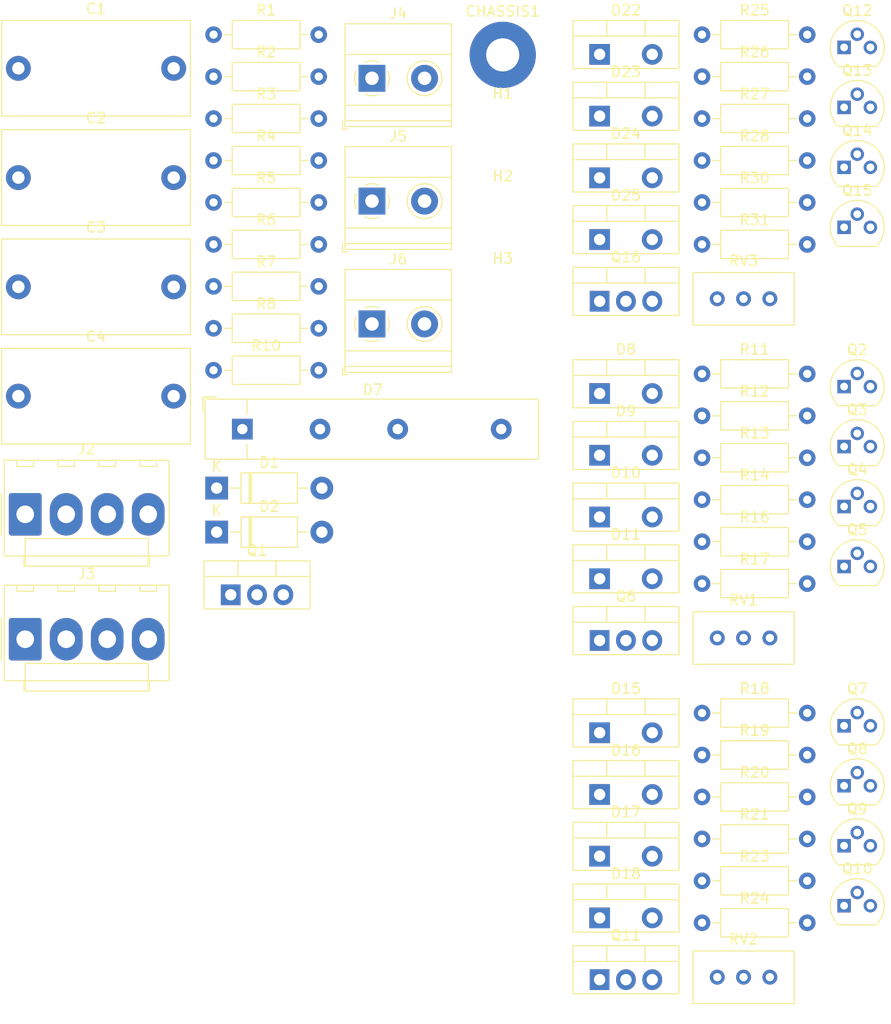
<source format=kicad_pcb>
(kicad_pcb (version 20221018) (generator pcbnew)
  (layers (0 "F.Cu" signal) (31 "B.Cu" signal) (34 "B.Paste" user) (35 "F.Paste" user) (36 "B.SilkS" user "B.Silkscreen") (37 "F.SilkS" user "F.Silkscreen") (38 "B.Mask" user) (39 "F.Mask" user) (44 "Edge.Cuts" user))
  (net 0 "")
  (net 1 "Net-(D3-K)")
  (net 2 "/HV_STABI1/AC1")
  (net 3 "GND")
  (net 4 "Net-(C4-Pad1)")
  (net 5 "Net-(D1-K)")
  (net 6 "/HV_STABI2/AC1")
  (net 7 "/HV_STABI2/DC-")
  (net 8 "/HV_STABI2/AC2")
  (net 9 "Net-(D2-K)")
  (net 10 "/HV_STABI1/AC2")
  (net 11 "Net-(C3-Pad1)")
  (net 12 "/HV_STABI3/AC1")
  (net 13 "/HV_STABI3/DC-")
  (net 14 "/HV_STABI3/AC2")
  (net 15 "Earth_Protective")
  (net 16 "/HV_STABI1/DC+")
  (net 17 "Net-(Q1-G)")
  (net 18 "Net-(Q2-D)")
  (net 19 "Net-(Q2-G)")
  (net 20 "Net-(Q2-S)")
  (net 21 "Net-(Q3-G)")
  (net 22 "/HV_STABI2/RSET+")
  (net 23 "Net-(D15-K)")
  (net 24 "Net-(D14-K)")
  (net 25 "Net-(Q5-E)")
  (net 26 "Net-(Q6-G)")
  (net 27 "Net-(Q6-S)")
  (net 28 "Net-(Q7-D)")
  (net 29 "Net-(Q7-G)")
  (net 30 "Net-(Q7-S)")
  (net 31 "Net-(Q8-G)")
  (net 32 "/HV_STABI1/RSET+")
  (net 33 "Net-(D22-K)")
  (net 34 "Net-(D21-K)")
  (net 35 "Net-(Q10-E)")
  (net 36 "Net-(Q11-G)")
  (net 37 "Net-(Q11-S)")
  (net 38 "Net-(Q12-D)")
  (net 39 "Net-(Q12-G)")
  (net 40 "Net-(Q12-S)")
  (net 41 "Net-(Q13-G)")
  (net 42 "/HV_STABI3/RSET+")
  (net 43 "Net-(D1-A)")
  (net 44 "Net-(D28-K)")
  (net 45 "Net-(Q15-E)")
  (net 46 "Net-(Q16-G)")
  (net 47 "Net-(Q16-S)")
  (net 49 "Net-(R12-Pad2)")
  (net 50 "Net-(R19-Pad2)")
  (net 51 "Net-(R26-Pad2)")
  (net 52 "Net-(D10-K)")
  (net 53 "Net-(D13-K)")
  (net 54 "Net-(D20-K)")
  (net 55 "Net-(D27-K)")
  (footprint "Resistor_THT:R_Axial_DIN0207_L6.3mm_D2.5mm_P10.16mm_Horizontal" (layer "F.Cu") (at 134.87 94.575)
    (fp_text reference "R26" (at 5.08 -2.37) (layer "F.SilkS"))
    (fp_text value "1.5k")
    (pad "1" thru_hole circle (at 0 0) (size 1.6 1.6) (drill 0.8) (layers "*.Cu" "*.Mask") (net 42 "/HV_STABI3/RSET+"))
    (pad "2" thru_hole oval (at 10.16 0) (size 1.6 1.6) (drill 0.8) (layers "*.Cu" "*.Mask") (net 51 "Net-(R26-Pad2)"))
  )
  (footprint "Resistor_THT:R_Axial_DIN0207_L6.3mm_D2.5mm_P10.16mm_Horizontal" (layer "F.Cu") (at 134.87 90.525)
    (fp_text reference "R25" (at 5.08 -2.37) (layer "F.SilkS"))
    (fp_text value "1k")
    (pad "1" thru_hole circle (at 0 0) (size 1.6 1.6) (drill 0.8) (layers "*.Cu" "*.Mask") (net 42 "/HV_STABI3/RSET+"))
    (pad "2" thru_hole oval (at 10.16 0) (size 1.6 1.6) (drill 0.8) (layers "*.Cu" "*.Mask") (net 39 "Net-(Q12-G)"))
  )
  (footprint "MountingHole:MountingHole_3.2mm_M3" (layer "F.Cu") (at 115.62 100.425)
    (fp_text reference "H1" (at 0 -4.2) (layer "F.SilkS"))
    (fp_text value "MountingHole")
    (pad "" np_thru_hole circle (at 0 0) (size 3.2 3.2) (drill 3.2) (layers "*.Cu" "*.Mask"))
  )
  (footprint "Resistor_THT:R_Axial_DIN0207_L6.3mm_D2.5mm_P10.16mm_Horizontal" (layer "F.Cu") (at 134.87 172.225)
    (fp_text reference "R23" (at 5.08 -2.37) (layer "F.SilkS"))
    (fp_text value "1k")
    (pad "1" thru_hole circle (at 0 0) (size 1.6 1.6) (drill 0.8) (layers "*.Cu" "*.Mask") (net 34 "Net-(D21-K)"))
    (pad "2" thru_hole oval (at 10.16 0) (size 1.6 1.6) (drill 0.8) (layers "*.Cu" "*.Mask") (net 36 "Net-(Q11-G)"))
  )
  (footprint "TerminalBlock_Phoenix:TerminalBlock_Phoenix_MKDS-1,5-2-5.08_1x02_P5.08mm_Horizontal" (layer "F.Cu") (at 102.99 106.595)
    (fp_text reference "J5" (at 2.54 -6.26) (layer "F.SilkS"))
    (fp_text value "325 VAC")
    (pad "1" thru_hole rect (at 0 0) (size 2.6 2.6) (drill 1.3) (layers "*.Cu" "*.Mask") (net 6 "/HV_STABI2/AC1"))
    (pad "2" thru_hole circle (at 5.08 0) (size 2.6 2.6) (drill 1.3) (layers "*.Cu" "*.Mask") (net 8 "/HV_STABI2/AC2"))
  )
  (footprint "Package_TO_SOT_THT:TO-220-2_Vertical" (layer "F.Cu") (at 124.98 143.055)
    (fp_text reference "D11" (at 2.54 -4.27) (layer "F.SilkS"))
    (fp_text value "STTH512FP")
    (pad "1" thru_hole rect (at 0 0) (size 2 2) (drill 1.1) (layers "*.Cu" "*.Mask") (net 8 "/HV_STABI2/AC2"))
    (pad "2" thru_hole oval (at 5.08 0) (size 2 2) (drill 1.1) (layers "*.Cu" "*.Mask") (net 7 "/HV_STABI2/DC-"))
  )
  (footprint "Diode_THT:Diode_Bridge_32.0x5.6x17.0mm_P10.0mm_P7.5mm" (layer "F.Cu") (at 90.475 128.61)
    (fp_text reference "D7" (at 12.6 -3.8 180) (layer "F.SilkS"))
    (fp_text value "GBJ3510")
    (pad "1" thru_hole rect (at 0 0) (size 2 2) (drill 1) (layers "*.Cu" "*.Mask") (net 15 "Earth_Protective"))
    (pad "2" thru_hole circle (at 7.5 0) (size 2 2) (drill 1) (layers "*.Cu" "*.Mask") (net 3 "GND"))
    (pad "3" thru_hole circle (at 15 0) (size 2 2) (drill 1) (layers "*.Cu" "*.Mask") (net 3 "GND"))
    (pad "4" thru_hole circle (at 25 0) (size 2 2) (drill 1) (layers "*.Cu" "*.Mask") (net 15 "Earth_Protective"))
  )
  (footprint "Package_TO_SOT_THT:TO-220-2_Vertical" (layer "F.Cu") (at 124.98 169.845)
    (fp_text reference "D17" (at 2.54 -4.27) (layer "F.SilkS"))
    (fp_text value "STTH512FP")
    (pad "1" thru_hole rect (at 0 0) (size 2 2) (drill 1.1) (layers "*.Cu" "*.Mask") (net 23 "Net-(D15-K)"))
    (pad "2" thru_hole oval (at 5.08 0) (size 2 2) (drill 1.1) (layers "*.Cu" "*.Mask") (net 10 "/HV_STABI1/AC2"))
  )
  (footprint "Resistor_THT:R_Axial_DIN0207_L6.3mm_D2.5mm_P10.16mm_Horizontal" (layer "F.Cu") (at 134.87 106.725)
    (fp_text reference "R30" (at 5.08 -2.37) (layer "F.SilkS"))
    (fp_text value "1k")
    (pad "1" thru_hole circle (at 0 0) (size 1.6 1.6) (drill 0.8) (layers "*.Cu" "*.Mask") (net 44 "Net-(D28-K)"))
    (pad "2" thru_hole oval (at 10.16 0) (size 1.6 1.6) (drill 0.8) (layers "*.Cu" "*.Mask") (net 46 "Net-(Q16-G)"))
  )
  (footprint "Potentiometer_THT:Potentiometer_Bourns_3296W_Vertical" (layer "F.Cu") (at 141.42 148.775)
    (fp_text reference "RV1" (at -2.54 -3.66) (layer "F.SilkS"))
    (fp_text value "1k")
    (pad "1" thru_hole circle (at 0 0) (size 1.44 1.44) (drill 0.8) (layers "*.Cu" "*.Mask") (net 20 "Net-(Q2-S)"))
    (pad "2" thru_hole circle (at -2.54 0) (size 1.44 1.44) (drill 0.8) (layers "*.Cu" "*.Mask") (net 49 "Net-(R12-Pad2)"))
    (pad "3" thru_hole circle (at -5.08 0) (size 1.44 1.44) (drill 0.8) (layers "*.Cu" "*.Mask") (net 49 "Net-(R12-Pad2)"))
  )
  (footprint "Package_TO_SOT_THT:TO-220-2_Vertical" (layer "F.Cu") (at 124.98 104.345)
    (fp_text reference "D24" (at 2.54 -4.27) (layer "F.SilkS"))
    (fp_text value "STTH512FP")
    (pad "1" thru_hole rect (at 0 0) (size 2 2) (drill 1.1) (layers "*.Cu" "*.Mask") (net 33 "Net-(D22-K)"))
    (pad "2" thru_hole oval (at 5.08 0) (size 2 2) (drill 1.1) (layers "*.Cu" "*.Mask") (net 14 "/HV_STABI3/AC2"))
  )
  (footprint "Resistor_THT:R_Axial_DIN0207_L6.3mm_D2.5mm_P10.16mm_Horizontal" (layer "F.Cu") (at 134.87 168.175)
    (fp_text reference "R21" (at 5.08 -2.37) (layer "F.SilkS"))
    (fp_text value "680")
    (pad "1" thru_hole circle (at 0 0) (size 1.6 1.6) (drill 0.8) (layers "*.Cu" "*.Mask") (net 35 "Net-(Q10-E)"))
    (pad "2" thru_hole oval (at 10.16 0) (size 1.6 1.6) (drill 0.8) (layers "*.Cu" "*.Mask") (net 23 "Net-(D15-K)"))
  )
  (footprint "MountingHole:MountingHole_3.2mm_M3" (layer "F.Cu") (at 115.62 108.375)
    (fp_text reference "H2" (at 0 -4.2) (layer "F.SilkS"))
    (fp_text value "MountingHole")
    (pad "" np_thru_hole circle (at 0 0) (size 3.2 3.2) (drill 3.2) (layers "*.Cu" "*.Mask"))
  )
  (footprint "Package_TO_SOT_THT:TO-92" (layer "F.Cu") (at 148.59 130.295)
    (fp_text reference "Q3" (at 1.27 -3.56) (layer "F.SilkS"))
    (fp_text value "LND150")
    (pad "1" thru_hole rect (at 0 0) (size 1.3 1.3) (drill 0.75) (layers "*.Cu" "*.Mask") (net 52 "Net-(D10-K)"))
    (pad "2" thru_hole circle (at 1.27 -1.27) (size 1.3 1.3) (drill 0.75) (layers "*.Cu" "*.Mask") (net 21 "Net-(Q3-G)"))
    (pad "3" thru_hole circle (at 2.54 0) (size 1.3 1.3) (drill 0.75) (layers "*.Cu" "*.Mask") (net 18 "Net-(Q2-D)"))
  )
  (footprint "Diode_THT:D_DO-41_SOD81_P10.16mm_Horizontal" (layer "F.Cu") (at 87.99 138.555)
    (fp_text reference "D2" (at 5.08 -2.47) (layer "F.SilkS"))
    (fp_text value "1N4007")
    (fp_text user "K" (at 0 -2.1) (layer "F.SilkS"))
    (pad "1" thru_hole rect (at 0 0) (size 2.2 2.2) (drill 1.1) (layers "*.Cu" "*.Mask") (net 9 "Net-(D2-K)"))
    (pad "2" thru_hole oval (at 10.16 0) (size 2.2 2.2) (drill 1.1) (layers "*.Cu" "*.Mask") (net 5 "Net-(D1-K)"))
  )
  (footprint "Resistor_THT:R_Axial_DIN0207_L6.3mm_D2.5mm_P10.16mm_Horizontal" (layer "F.Cu") (at 87.69 94.575)
    (fp_text reference "R2" (at 5.08 -2.37) (layer "F.SilkS"))
    (fp_text value "787k")
    (pad "1" thru_hole circle (at 0 0) (size 1.6 1.6) (drill 0.8) (layers "*.Cu" "*.Mask") (net 7 "/HV_STABI2/DC-"))
    (pad "2" thru_hole oval (at 10.16 0) (size 1.6 1.6) (drill 0.8) (layers "*.Cu" "*.Mask") (net 22 "/HV_STABI2/RSET+"))
  )
  (footprint "Connector_Molex:Molex_KK-396_A-41791-0004_1x04_P3.96mm_Vertical" (layer "F.Cu") (at 69.5 148.895)
    (fp_text reference "J3" (at 5.94 -6.31) (layer "F.SilkS"))
    (fp_text value "PSU HV-2")
    (pad "1" thru_hole roundrect (at 0 0) (size 3.16 4.1) (drill 1.7) (layers "*.Cu" "*.Mask") (roundrect_rratio 0.079114) (net 16 "/HV_STABI1/DC+"))
    (pad "2" thru_hole oval (at 3.96 0) (size 3.16 4.1) (drill 1.7) (layers "*.Cu" "*.Mask") (net 3 "GND"))
    (pad "3" thru_hole oval (at 7.92 0) (size 3.16 4.1) (drill 1.7) (layers "*.Cu" "*.Mask") (net 7 "/HV_STABI2/DC-"))
    (pad "4" thru_hole oval (at 11.88 0) (size 3.16 4.1) (drill 1.7) (layers "*.Cu" "*.Mask") (net 13 "/HV_STABI3/DC-"))
  )
  (footprint "Resistor_THT:R_Axial_DIN0207_L6.3mm_D2.5mm_P10.16mm_Horizontal" (layer "F.Cu") (at 134.87 160.075)
    (fp_text reference "R19" (at 5.08 -2.37) (layer "F.SilkS"))
    (fp_text value "1.5k")
    (pad "1" thru_hole circle (at 0 0) (size 1.6 1.6) (drill 0.8) (layers "*.Cu" "*.Mask") (net 32 "/HV_STABI1/RSET+"))
    (pad "2" thru_hole oval (at 10.16 0) (size 1.6 1.6) (drill 0.8) (layers "*.Cu" "*.Mask") (net 50 "Net-(R19-Pad2)"))
  )
  (footprint "Resistor_THT:R_Axial_DIN0207_L6.3mm_D2.5mm_P10.16mm_Horizontal" (layer "F.Cu") (at 87.69 98.625)
    (fp_text reference "R3" (at 5.08 -2.37) (layer "F.SilkS"))
    (fp_text value "976k")
    (pad "1" thru_hole circle (at 0 0) (size 1.6 1.6) (drill 0.8) (layers "*.Cu" "*.Mask") (net 13 "/HV_STABI3/DC-"))
    (pad "2" thru_hole oval (at 10.16 0) (size 1.6 1.6) (drill 0.8) (layers "*.Cu" "*.Mask") (net 42 "/HV_STABI3/RSET+"))
  )
  (footprint "Resistor_THT:R_Axial_DIN0207_L6.3mm_D2.5mm_P10.16mm_Horizontal" (layer "F.Cu") (at 87.69 114.825)
    (fp_text reference "R7" (at 5.08 -2.37) (layer "F.SilkS"))
    (fp_text value "100k")
    (pad "1" thru_hole circle (at 0 0) (size 1.6 1.6) (drill 0.8) (layers "*.Cu" "*.Mask") (net 1 "Net-(D3-K)"))
    (pad "2" thru_hole oval (at 10.16 0) (size 1.6 1.6) (drill 0.8) (layers "*.Cu" "*.Mask") (net 11 "Net-(C3-Pad1)"))
  )
  (footprint "TerminalBlock_Phoenix:TerminalBlock_Phoenix_MKDS-1,5-2-5.08_1x02_P5.08mm_Horizontal" (layer "F.Cu") (at 102.99 94.735)
    (fp_text reference "J4" (at 2.54 -6.26) (layer "F.SilkS"))
    (fp_text value "325 VAC")
    (pad "1" thru_hole rect (at 0 0) (size 2.6 2.6) (drill 1.3) (layers "*.Cu" "*.Mask") (net 2 "/HV_STABI1/AC1"))
    (pad "2" thru_hole circle (at 5.08 0) (size 2.6 2.6) (drill 1.3) (layers "*.Cu" "*.Mask") (net 10 "/HV_STABI1/AC2"))
  )
  (footprint "Package_TO_SOT_THT:TO-92" (layer "F.Cu") (at 148.59 91.755)
    (fp_text reference "Q12" (at 1.27 -3.56) (layer "F.SilkS"))
    (fp_text value "LND150")
    (pad "1" thru_hole rect (at 0 0) (size 1.3 1.3) (drill 0.75) (layers "*.Cu" "*.Mask") (net 38 "Net-(Q12-D)"))
    (pad "2" thru_hole circle (at 1.27 -1.27) (size 1.3 1.3) (drill 0.75) (layers "*.Cu" "*.Mask") (net 39 "Net-(Q12-G)"))
    (pad "3" thru_hole circle (at 2.54 0) (size 1.3 1.3) (drill 0.75) (layers "*.Cu" "*.Mask") (net 40 "Net-(Q12-S)"))
  )
  (footprint "Package_TO_SOT_THT:TO-220-3_Vertical" (layer "F.Cu") (at 89.35 144.605)
    (fp_text reference "Q1" (at 2.54 -4.27) (layer "F.SilkS"))
    (fp_text value "10M90S")
    (pad "1" thru_hole rect (at 0 0) (size 1.905 2) (drill 1.1) (layers "*.Cu" "*.Mask") (net 17 "Net-(Q1-G)"))
    (pad "2" thru_hole oval (at 2.54 0) (size 1.905 2) (drill 1.1) (layers "*.Cu" "*.Mask") (net 9 "Net-(D2-K)"))
    (pad "3" thru_hole oval (at 5.08 0) (size 1.905 2) (drill 1.1) (layers "*.Cu" "*.Mask") (net 1 "Net-(D3-K)"))
  )
  (footprint "Package_TO_SOT_THT:TO-220-3_Vertical" (layer "F.Cu") (at 124.98 181.765)
    (fp_text reference "Q11" (at 2.54 -4.27) (layer "F.SilkS"))
    (fp_text value "STF5NK100Z")
    (pad "1" thru_hole rect (at 0 0) (size 1.905 2) (drill 1.1) (layers "*.Cu" "*.Mask") (net 23 "Net-(D15-K)"))
    (pad "2" thru_hole oval (at 2.54 0) (size 1.905 2) (drill 1.1) (layers "*.Cu" "*.Mask") (net 36 "Net-(Q11-G)"))
    (pad "3" thru_hole oval (at 5.08 0) (size 1.905 2) (drill 1.1) (layers "*.Cu" "*.Mask") (net 37 "Net-(Q11-S)"))
  )
  (footprint "Resistor_THT:R_Axial_DIN0207_L6.3mm_D2.5mm_P10.16mm_Horizontal" (layer "F.Cu") (at 134.87 123.275)
    (fp_text reference "R11" (at 5.08 -2.37) (layer "F.SilkS"))
    (fp_text value "1k")
    (pad "1" thru_hole circle (at 0 0) (size 1.6 1.6) (drill 0.8) (layers "*.Cu" "*.Mask") (net 22 "/HV_STABI2/RSET+"))
    (pad "2" thru_hole oval (at 10.16 0) (size 1.6 1.6) (drill 0.8) (layers "*.Cu" "*.Mask") (net 19 "Net-(Q2-G)"))
  )
  (footprint "Package_TO_SOT_THT:TO-92" (layer "F.Cu") (at 148.59 97.545)
    (fp_text reference "Q13" (at 1.27 -3.56) (layer "F.SilkS"))
    (fp_text value "LND150")
    (pad "1" thru_hole rect (at 0 0) (size 1.3 1.3) (drill 0.75) (layers "*.Cu" "*.Mask") (net 33 "Net-(D22-K)"))
    (pad "2" thru_hole circle (at 1.27 -1.27) (size 1.3 1.3) (drill 0.75) (layers "*.Cu" "*.Mask") (net 41 "Net-(Q13-G)"))
    (pad "3" thru_hole circle (at 2.54 0) (size 1.3 1.3) (drill 0.75) (layers "*.Cu" "*.Mask") (net 38 "Net-(Q12-D)"))
  )
  (footprint "MountingHole:MountingHole_3.2mm_M3" (layer "F.Cu") (at 115.62 116.325)
    (fp_text reference "H3" (at 0 -4.2) (layer "F.SilkS"))
    (fp_text value "MountingHole")
    (pad "" np_thru_hole circle (at 0 0) (size 3.2 3.2) (drill 3.2) (layers "*.Cu" "*.Mask"))
  )
  (footprint "Resistor_THT:R_Axial_DIN0207_L6.3mm_D2.5mm_P10.16mm_Horizontal" (layer "F.Cu") (at 134.87 156.025)
    (fp_text reference "R18" (at 5.08 -2.37) (layer "F.SilkS"))
    (fp_text value "1k")
    (pad "1" thru_hole circle (at 0 0) (size 1.6 1.6) (drill 0.8) (layers "*.Cu" "*.Mask") (net 32 "/HV_STABI1/RSET+"))
    (pad "2" thru_hole oval (at 10.16 0) (size 1.6 1.6) (drill 0.8) (layers "*.Cu" "*.Mask") (net 29 "Net-(Q7-G)"))
  )
  (footprint "Package_TO_SOT_THT:TO-220-2_Vertical" (layer "F.Cu") (at 124.98 175.805)
    (fp_text reference "D18" (at 2.54 -4.27) (layer "F.SilkS"))
    (fp_text value "STTH512FP")
    (pad "1" thru_hole rect (at 0 0) (size 2 2) (drill 1.1) (layers "*.Cu" "*.Mask") (net 10 "/HV_STABI1/AC2"))
    (pad "2" thru_hole oval (at 5.08 0) (size 2 2) (drill 1.1) (layers "*.Cu" "*.Mask") (net 3 "GND"))
  )
  (footprint "Package_TO_SOT_THT:TO-220-2_Vertical" (layer "F.Cu") (at 124.98 157.925)
    (fp_text reference "D15" (at 2.54 -4.27) (layer "F.SilkS"))
    (fp_text value "STTH512FP")
    (pad "1" thru_hole rect (at 0 0) (size 2 2) (drill 1.1) (layers "*.Cu" "*.Mask") (net 23 "Net-(D15-K)"))
    (pad "2" thru_hole oval (at 5.08 0) (size 2 2) (drill 1.1) (layers "*.Cu" "*.Mask") (net 2 "/HV_STABI1/AC1"))
  )
  (footprint "Resistor_THT:R_Axial_DIN0207_L6.3mm_D2.5mm_P10.16mm_Horizontal" (layer "F.Cu") (at 134.87 135.425)
    (fp_text reference "R14" (at 5.08 -2.37) (layer "F.SilkS"))
    (fp_text value "680")
    (pad "1" thru_hole circle (at 0 0) (size 1.6 1.6) (drill 0.8) (layers "*.Cu" "*.Mask") (net 25 "Net-(Q5-E)"))
    (pad "2" thru_hole oval (at 10.16 0) (size 1.6 1.6) (drill 0.8) (layers "*.Cu" "*.Mask") (net 52 "Net-(D10-K)"))
  )
  (footprint "MountingHole:MountingHole_3.2mm_M3_Pad" (layer "F.Cu") (at 115.62 92.475)
    (fp_text reference "CHASSIS1" (at 0 -4.2) (layer "F.SilkS"))
    (fp_text value "MountingHole_Pad")
    (pad "1" thru_hole circle (at 0 0) (size 6.4 6.4) (drill 3.2) (layers "*.Cu" "*.Mask") (net 15 "Earth_Protective"))
  )
  (footprint "Diode_THT:D_DO-41_SOD81_P10.16mm_Horizontal" (layer "F.Cu") (at 87.99 134.305)
    (fp_text reference "D1" (at 5.08 -2.47) (layer "F.SilkS"))
    (fp_text value "1N4007")
    (fp_text user "K" (at 0 -2.1) (layer "F.SilkS"))
    (pad "1" thru_hole rect (at 0 0) (size 2.2 2.2) (drill 1.1) (layers "*.Cu" "*.Mask") (net 5 "Net-(D1-K)"))
    (pad "2" thru_hole oval (at 10.16 0) (size 2.2 2.2) (drill 1.1) (layers "*.Cu" "*.Mask") (net 43 "Net-(D1-A)"))
  )
  (footprint "Package_TO_SOT_THT:TO-92" (layer "F.Cu") (at 148.59 109.125)
    (fp_text reference "Q15" (at 1.27 -3.56) (layer "F.SilkS"))
    (fp_text value "ZTX560 ")
    (pad "1" thru_hole rect (at 0 0) (size 1.3 1.3) (drill 0.75) (layers "*.Cu" "*.Mask") (net 44 "Net-(D28-K)"))
    (pad "2" thru_hole circle (at 1.27 -1.27) (size 1.3 1.3) (drill 0.75) (layers "*.Cu" "*.Mask") (net 55 "Net-(D27-K)"))
    (pad "3" thru_hole circle (at 2.54 0) (size 1.3 1.3) (drill 0.75) (layers "*.Cu" "*.Mask") (net 45 "Net-(Q15-E)"))
  )
  (footprint "Package_TO_SOT_THT:TO-92" (layer "F.Cu") (at 148.59 124.505)
    (fp_text reference "Q2" (at 1.27 -3.56) (layer "F.SilkS"))
    (fp_text value "LND150")
    (pad "1" thru_hole rect (at 0 0) (size 1.3 1.3) (drill 0.75) (layers "*.Cu" "*.Mask") (net 18 "Net-(Q2-D)"))
    (pad "2" thru_hole circle (at 1.27 -1.27) (size 1.3 1.3) (drill 0.75) (layers "*.Cu" "*.Mask") (net 19 "Net-(Q2-G)"))
    (pad "3" thru_hole circle (at 2.54 0) (size 1.3 1.3) (drill 0.75) (layers "*.Cu" "*.Mask") (net 20 "Net-(Q2-S)"))
  )
  (footprint "TerminalBlock_Phoenix:TerminalBlock_Phoenix_MKDS-1,5-2-5.08_1x02_P5.08mm_Horizontal" (layer "F.Cu") (at 102.99 118.455)
    (fp_text reference "J6" (at 2.54 -6.26) (layer "F.SilkS"))
    (fp_text value "415 VAC")
    (pad "1" thru_hole rect (at 0 0) (size 2.6 2.6) (drill 1.3) (layers "*.Cu" "*.Mask") (net 12 "/HV_STABI3/AC1"))
    (pad "2" thru_hole circle (at 5.08 0) (size 2.6 2.6) (drill 1.3) (layers "*.Cu" "*.Mask") (net 14 "/HV_STABI3/AC2"))
  )
  (footprint "Package_TO_SOT_THT:TO-92" (layer "F.Cu") (at 148.59 103.335)
    (fp_text reference "Q14" (at 1.27 -3.56) (layer "F.SilkS"))
    (fp_text value "ZTX560 ")
    (pad "1" thru_hole rect (at 0 0) (size 1.3 1.3) (drill 0.75) (layers "*.Cu" "*.Mask") (net 13 "/HV_STABI3/DC-"))
    (pad "2" thru_hole circle (at 1.27 -1.27) (size 1.3 1.3) (drill 0.75) (layers "*.Cu" "*.Mask") (net 42 "/HV_STABI3/RSET+"))
    (pad "3" thru_hole circle (at 2.54 0) (size 1.3 1.3) (drill 0.75) (layers "*.Cu" "*.Mask") (net 44 "Net-(D28-K)"))
  )
  (footprint "Resistor_THT:R_Axial_DIN0207_L6.3mm_D2.5mm_P10.16mm_Horizontal" (layer "F.Cu") (at 134.87 102.675)
    (fp_text reference "R28" (at 5.08 -2.37) (layer "F.SilkS"))
    (fp_text value "680")
    (pad "1" thru_hole circle (at 0 0) (size 1.6 1.6) (drill 0.8) (layers "*.Cu" "*.Mask") (net 45 "Net-(Q15-E)"))
    (pad "2" thru_hole oval (at 10.16 0) (size 1.6 1.6) (drill 0.8) (layers "*.Cu" "*.Mask") (net 33 "Net-(D22-K)"))
  )
  (footprint "Package_TO_SOT_THT:TO-220-3_Vertical" (layer "F.Cu") (at 124.98 116.265)
    (fp_text reference "Q16" (at 2.54 -4.27) (layer "F.SilkS"))
    (fp_text value "STF5NK100Z")
    (pad "1" thru_hole rect (at 0 0) (size 1.905 2) (drill 1.1) (layers "*.Cu" "*.Mask") (net 33 "Net-(D22-K)"))
    (pad "2" thru_hole oval (at 2.54 0) (size 1.905 2) (drill 1.1) (layers "*.Cu" "*.Mask") (net 46 "Net-(Q16-G)"))
    (pad "3" thru_hole oval (at 5.08 0) (size 1.905 2) (drill 1.1) (layers "*.Cu" "*.Mask") (net 47 "Net-(Q16-S)"))
  )
  (footprint "Potentiometer_THT:Potentiometer_Bourns_3296W_Vertical" (layer "F.Cu") (at 141.42 116.025)
    (fp_text reference "RV3" (at -2.54 -3.66) (layer "F.SilkS"))
    (fp_text value "1k")
    (pad "1" thru_hole circle (at 0 0) (size 1.44 1.44) (drill 0.8) (layers "*.Cu" "*.Mask") (net 40 "Net-(Q12-S)"))
    (pad "2" thru_hole circle (at -2.54 0) (size 1.44 1.44) (drill 0.8) (layers "*.Cu" "*.Mask") (net 51 "Net-(R26-Pad2)"))
    (pad "3" thru_hole circle (at -5.08 0) (size 1.44 1.44) (drill 0.8) (layers "*.Cu" "*.Mask") (net 51 "Net-(R26-Pad2)"))
  )
  (footprint "Package_TO_SOT_THT:TO-220-2_Vertical" (layer "F.Cu") (at 124.98 92.425)
    (fp_text reference "D22" (at 2.54 -4.27) (layer "F.SilkS"))
    (fp_text value "STTH512FP")
    (pad "1" thru_hole rect (at 0 0) (size 2 2) (drill 1.1) (layers "*.Cu" "*.Mask") (net 33 "Net-(D22-K)"))
    (pad "2" thru_hole oval (at 5.08 0) (size 2 2) (drill 1.1) (layers "*.Cu" "*.Mask") (net 12 "/HV_STABI3/AC1"))
  )
  (footprint "Resistor_THT:R_Axial_DIN0207_L6.3mm_D2.5mm_P10.16mm_Horizontal" (layer "F.Cu") (at 87.69 110.775)
    (fp_text reference "R6" (at 5.08 -2.37) (layer "F.SilkS"))
    (fp_text value "3k")
    (pad "1" thru_hole circle (at 0 0) (size 1.6 1.6) (drill 0.8) (layers "*.Cu" "*.Mask") (net 1 "Net-(D3-K)"))
    (pad "2" thru_hole oval (at 10.16 0) (size 1.6 1.6) (drill 0.8) (layers "*.Cu" "*.Mask") (net 17 "Net-(Q1-G)"))
  )
  (footprint "Connector_Molex:Molex_KK-396_A-41791-0004_1x04_P3.96mm_Vertical" (layer "F.Cu") (at 69.5 136.835)
    (fp_text reference "J2" (at 5.94 -6.31) (layer "F.SilkS"))
    (fp_text value "PSU HV-1")
    (pad "1" thru_hole roundrect (at 0 0) (size 3.16 4.1) (drill 1.7) (layers "*.Cu" "*.Mask") (roundrect_rratio 0.079114) (net 16 "/HV_STABI1/DC+"))
    (pad "2" thru_hole oval (at 3.96 0) (size 3.16 4.1) (drill 1.7) (layers "*.Cu" "*.Mask") (net 3 "GND"))
    (pad "3" thru_hole oval (at 7.92 0) (size 3.16 4.1) (drill 1.7) (layers "*.Cu" "*.Mask") (net 7 "/HV_STABI2/DC-"))
    (pad "4" thru_hole oval (at 11.88 0) (size 3.16 4.1) (drill 1.7) (layers "*.Cu" "*.Mask") (net 13 "/HV_STABI3/DC-"))
  )
  (footprint "Package_TO_SOT_THT:TO-92" (layer "F.Cu") (at 148.59 141.875)
    (fp_text reference "Q5" (at 1.27 -3.56) (layer "F.SilkS"))
    (fp_text value "ZTX560 ")
    (pad "1" thru_hole rect (at 0 0) (size 1.3 1.3) (drill 0.75) (layers "*.Cu" "*.Mask") (net 24 "Net-(D14-K)"))
    (pad "2" thru_hole circle (at 1.27 -1.27) (size 1.3 1.3) (drill 0.75) (layers "*.Cu" "*.Mask") (net 53 "Net-(D13-K)"))
    (pad "3" thru_hole circle (at 2.54 0) (size 1.3 1.3) (drill 0.75) (layers "*.Cu" "*.Mask") (net 25 "Net-(Q5-E)"))
  )
  (footprint "Package_TO_SOT_THT:TO-92" (layer "F.Cu") (at 148.59 163.045)
    (fp_text reference "Q8" (at 1.27 -3.56) (layer "F.SilkS"))
    (fp_text value "LND150")
    (pad "1" thru_hole rect (at 0 0) (size 1.3 1.3) (drill 0.75) (layers "*.Cu" "*.Mask") (net 23 "Net-(D15-K)"))
    (pad "2" thru_hole circle (at 1.27 -1.27) (size 1.3 1.3) (drill 0.75) (layers "*.Cu" "*.Mask") (net 31 "Net-(Q8-G)"))
    (pad "3" thru_hole circle (at 2.54 0) (size 1.3 1.3) (drill 0.75) (layers "*.Cu" "*.Mask") (net 28 "Net-(Q7-D)"))
  )
  (footprint "Resistor_THT:R_Axial_DIN0207_L6.3mm_D2.5mm_P10.16mm_Horizontal" (layer "F.Cu") (at 134.87 127.325)
    (fp_text reference "R12" (at 5.08 -2.37) (layer "F.SilkS"))
    (fp_text value "1.5k")
    (pad "1" thru_hole circle (at 0 0) (size 1.6 1.6) (drill 0.8) (layers "*.Cu" "*.Mask") (net 22 "/HV_STABI2/RSET+"))
    (pad "2" thru_hole oval (at 10.16 0) (size 1.6 1.6) (drill 0.8) (layers "*.Cu" "*.Mask") (net 49 "Net-(R12-Pad2)"))
  )
  (footprint "Package_TO_SOT_THT:TO-92" (layer "F.Cu") (at 148.59 136.085)
    (fp_text reference "Q4" (at 1.27 -3.56) (layer "F.SilkS"))
    (fp_text value "ZTX560 ")
    (pad "1" thru_hole rect (at 0 0) (size 1.3 1.3) (drill 0.75) (layers "*.Cu" "*.Mask") (net 7 "/HV_STABI2/DC-"))
    (pad "2" thru_hole circle (at 1.27 -1.27) (size 1.3 1.3) (drill 0.75) (layers "*.Cu" "*.Mask") (net 22 "/HV_STABI2/RSET+"))
    (pad "3" thru_hole circle (at 2.54 0) (size 1.3 1.3) (drill 0.75) (layers "*.Cu" "*.Mask") (net 24 "Net-(D14-K)"))
  )
  (footprint "Package_TO_SOT_THT:TO-92" (layer "F.Cu") (at 148.59 157.255)
    (fp_text reference "Q7" (at 1.27 -3.56) (layer "F.SilkS"))
    (fp_text value "LND150")
    (pad "1" thru_hole rect (at 0 0) (size 1.3 1.3) (drill 0.75) (layers "*.Cu" "*.Mask") (net 28 "Net-(Q7-D)"))
    (pad "2" thru_hole circle (at 1.27 -1.27) (size 1.3 1.3) (drill 0.75) (layers "*.Cu" "*.Mask") (net 29 "Net-(Q7-G)"))
    (pad "3" thru_hole circle (at 2.54 0) (size 1.3 1.3) (drill 0.75) (layers "*.Cu" "*.Mask") (net 30 "Net-(Q7-S)"))
  )
  (footprint "Capacitor_THT:C_Rect_L18.0mm_W9.0mm_P15.00mm_FKS3_FKP3" (layer "F.Cu") (at 68.84 104.325)
    (fp_text reference "C2" (at 7.5 -5.75) (layer "F.SilkS"))
    (fp_text value "100n 1 kV")
    (pad "1" thru_hole circle (at 0 0) (size 2.4 2.4) (drill 1.2) (layers "*.Cu" "*.Mask") (net 9 "Net-(D2-K)"))
    (pad "2" thru_hole circle (at 15 0) (size 2.4 2.4) (drill 1.2) (layers "*.Cu" "*.Mask") (net 3 "GND"))
  )
  (footprint "Package_TO_SOT_THT:TO-92" (layer "F.Cu") (at 148.59 174.625)
    (fp_text reference "Q10" (at 1.27 -3.56) (layer "F.SilkS"))
    (fp_text value "ZTX560 ")
    (pad "1" thru_hole rect (at 0 0) (size 1.3 1.3) (drill 0.75) (layers "*.Cu" "*.Mask") (net 34 "Net-(D21-K)"))
    (pad "2" thru_hole circle (at 1.27 -1.27) (size 1.3 1.3) (drill 0.75) (layers "*.Cu" "*.Mask") (net 54 "Net-(D20-K)"))
    (pad "3" thru_hole circle (at 2.54 0) (size 1.3 1.3) (drill 0.75) (layers "*.Cu" "*.Mask") (net 35 "Net-(Q10-E)"))
  )
  (footprint "Capacitor_THT:C_Rect_L18.0mm_W9.0mm_P15.00mm_FKS3_FKP3" (layer "F.Cu") (at 68.84 125.425)
    (fp_text reference "C4" (at 7.5 -5.75) (layer "F.SilkS"))
    (fp_text value "100n 1 kV")
    (pad "1" thru_hole circle (at 0 0) (size 2.4 2.4) (drill 1.2) (layers "*.Cu" "*.Mask") (net 4 "Net-(C4-Pad1)"))
    (pad "2" thru_hole circle (at 15 0) (size 2.4 2.4) (drill 1.2) (layers "*.Cu" "*.Mask") (net 3 "GND"))
  )
  (footprint "Resistor_THT:R_Axial_DIN0207_L6.3mm_D2.5mm_P10.16mm_Horizontal" (layer "F.Cu") (at 87.69 90.525)
    (fp_text reference "R1" (at 5.08 -2.37) (layer "F.SilkS"))
    (fp_text value "787k")
    (pad "1" thru_hole circle (at 0 0) (size 1.6 1.6) (drill 0.8) (layers "*.Cu" "*.Mask") (net 3 "GND"))
    (pad "2" thru_hole oval (at 10.16 0) (size 1.6 1.6) (drill 0.8) (layers "*.Cu" "*.Mask") (net 32 "/HV_STABI1/RSET+"))
  )
  (footprint "Package_TO_SOT_THT:TO-220-2_Vertical" (layer "F.Cu") (at 124.98 110.305)
    (fp_text reference "D25" (at 2.54 -4.27) (layer "F.SilkS"))
    (fp_text value "STTH512FP")
    (pad "1" thru_hole rect (at 0 0) (size 2 2) (drill 1.1) (layers "*.Cu" "*.Mask") (net 14 "/HV_STABI3/AC2"))
    (pad "2" thru_hole oval (at 5.08 0) (size 2 2) (drill 1.1) (layers "*.Cu" "*.Mask") (net 13 "/HV_STABI3/DC-"))
  )
  (footprint "Resistor_THT:R_Axial_DIN0207_L6.3mm_D2.5mm_P10.16mm_Horizontal" (layer "F.Cu") (at 87.69 122.925)
    (fp_text reference "R10" (at 5.08 -2.37) (layer "F.SilkS"))
    (fp_text value "4.7M")
    (pad "1" thru_hole circle (at 0 0) (size 1.6 1.6) (drill 0.8) (layers "*.Cu" "*.Mask"))
    (pad "2" thru_hole oval (at 10.16 0) (size 1.6 1.6) (drill 0.8) (layers "*.Cu" "*.Mask") (net 1 "Net-(D3-K)"))
  )
  (footprint "Capacitor_THT:C_Rect_L18.0mm_W9.0mm_P15.00mm_FKS3_FKP3" (layer "F.Cu") (at 68.84 93.775)
    (fp_text reference "C1" (at 7.5 -5.75) (layer "F.SilkS"))
    (fp_text value "100n 1 kV")
    (pad "1" thru_hole circle (at 0 0) (size 2.4 2.4) (drill 1.2) (layers "*.Cu" "*.Mask") (net 5 "Net-(D1-K)"))
    (pad "2" thru_hole circle (at 15 0) (size 2.4 2.4) (drill 1.2) (layers "*.Cu" "*.Mask") (net 2 "/HV_STABI1/AC1"))
  )
  (footprint "Resistor_THT:R_Axial_DIN0207_L6.3mm_D2.5mm_P10.16mm_Horizontal" (layer "F.Cu") (at 87.69 118.875)
    (fp_text reference "R8" (at 5.08 -2.37) (layer "F.SilkS"))
    (fp_text value "100k")
    (pad "1" thru_hole circle (at 0 0) (size 1.6 1.6) (drill 0.8) (layers "*.Cu" "*.Mask") (net 1 "Net-(D3-K)"))
    (pad "2" thru_hole oval (at 10.16 0) (size 1.6 1.6) (drill 0.8) (layers "*.Cu" "*.Mask") (net 4 "Net-(C4-Pad1)"))
  )
  (footprint "Capacitor_THT:C_Rect_L18.0mm_W9.0mm_P15.00mm_FKS3_FKP3" (layer "F.Cu") (at 68.84 114.875)
    (fp_text reference "C3" (at 7.5 -5.75) (layer "F.SilkS"))
    (fp_text value "100n 1 kV")
    (pad "1" thru_hole circle (at 0 0) (size 2.4 2.4) (drill 1.2) (layers "*.Cu" "*.Mask") (net 11 "Net-(C3-Pad1)"))
    (pad "2" thru_hole circle (at 15 0) (size 2.4 2.4) (drill 1.2) (layers "*.Cu" "*.Mask") (net 3 "GND"))
  )
  (footprint "Package_TO_SOT_THT:TO-220-2_Vertical" (layer "F.Cu") (at 124.98 137.095)
    (fp_text reference "D10" (at 2.54 -4.27) (layer "F.SilkS"))
    (fp_text value "STTH512FP")
    (pad "1" thru_hole rect (at 0 0) (size 2 2) (drill 1.1) (layers "*.Cu" "*.Mask") (net 52 "Net-(D10-K)"))
    (pad "2" thru_hole oval (at 5.08 0) (size 2 2) (drill 1.1) (layers "*.Cu" "*.Mask") (net 8 "/HV_STABI2/AC2"))
  )
  (footprint "Resistor_THT:R_Axial_DIN0207_L6.3mm_D2.5mm_P10.16mm_Horizontal" (layer "F.Cu") (at 87.69 106.725)
    (fp_text reference "R5" (at 5.08 -2.37) (layer "F.SilkS"))
    (fp_text value "787k")
    (pad "1" thru_hole circle (at 0 0) (size 1.6 1.6) (drill 0.8) (layers "*.Cu" "*.Mask") (net 43 "Net-(D1-A)"))
    (pad "2" thru_hole oval (at 10.16 0) (size 1.6 1.6) (drill 0.8) (layers "*.Cu" "*.Mask") (net 3 "GND"))
  )
  (footprint "Package_TO_SOT_THT:TO-92" (layer "F.Cu") (at 148.59 168.835)
    (fp_text reference "Q9" (at 1.27 -3.56) (layer "F.SilkS"))
    (fp_text value "ZTX560 ")
    (pad "1" thru_hole rect (at 0 0) (size 1.3 1.3) (drill 0.75) (layers "*.Cu" "*.Mask") (net 3 "GND"))
    (pad "2" thru_hole circle (at 1.27 -1.27) (size 1.3 1.3) (drill 0.75) (layers "*.Cu" "*.Mask") (net 32 "/HV_STABI1/RSET+"))
    (pad "3" thru_hole circle (at 2.54 0) (size 1.3 1.3) (drill 0.75) (layers "*.Cu" "*.Mask") (net 34 "Net-(D21-K)"))
  )
  (footprint "Resistor_THT:R_Axial_DIN0207_L6.3mm_D2.5mm_P10.16mm_Horizontal" (layer "F.Cu") (at 134.87 110.775)
    (fp_text reference "R31" (at 5.08 -2.37) (layer "F.SilkS"))
    (fp_text value "47")
    (pad "1" thru_hole circle (at 0 0) (size 1.6 1.6) (drill 0.8) (layers "*.Cu" "*.Mask") (net 3 "GND"))
    (pad "2" thru_hole oval (at 10.16 0) (size 1.6 1.6) (drill 0.8) (layers "*.Cu" "*.Mask") (net 47 "Net-(Q16-S)"))
  )
  (footprint "Potentiometer_THT:Potentiometer_Bourns_3296W_Vertical" (layer "F.Cu") (at 141.42 181.525)
    (fp_text reference "RV2" (at -2.54 -3.66) (layer "F.SilkS"))
    (fp_text value "1k")
    (pad "1" thru_hole circle (at 0 0) (size 1.44 1.44) (drill 0.8) (layers "*.Cu" "*.Mask") (net 30 "Net-(Q7-S)"))
    (pad "2" thru_hole circle (at -2.54 0) (size 1.44 1.44) (drill 0.8) (layers "*.Cu" "*.Mask") (net 50 "Net-(R19-Pad2)"))
    (pad "3" thru_hole circle (at -5.08 0) (size 1.44 1.44) (drill 0.8) (layers "*.Cu" "*.Mask") (net 50 "Net-(R19-Pad2)"))
  )
  (footprint "Resistor_THT:R_Axial_DIN0207_L6.3mm_D2.5mm_P10.16mm_Horizontal" (layer "F.Cu") (at 134.87 176.275)
    (fp_text reference "R24" (at 5.08 -2.37) (layer "F.SilkS"))
    (fp_text value "47")
    (pad "1" thru_hole circle (at 0 0) (size 1.6 1.6) (drill 0.8) (layers "*.Cu" "*.Mask") (net 16 "/HV_STABI1/DC+"))
    (pad "2" thru_hole oval (at 10.16 0) (size 1.6 1.6) (drill 0.8) (layers "*.Cu" "*.Mask") (net 37 "Net-(Q11-S)"))
  )
  (footprint "Package_TO_SOT_THT:TO-220-2_Vertical" (layer "F.Cu") (at 124.98 125.175)
    (fp_text reference "D8" (at 2.54 -4.27) (layer "F.SilkS"))
    (fp_text value "STTH512FP")
    (pad "1" thru_hole rect (at 0 0) (size 2 2) (drill 1.1) (layers "*.Cu" "*.Mask") (net 52 "Net-(D10-K)"))
    (pad "2" thru_hole oval (at 5.08 0) (size 2 2) (drill 1.1) (layers "*.Cu" "*.Mask") (net 6 "/HV_STABI2/AC1"))
  )
  (footprint "Resistor_THT:R_Axial_DIN0207_L6.3mm_D2.5mm_P10.16mm_Horizontal" (layer "F.Cu") (at 134.87 143.525)
    (fp_text reference "R17" (at 5.08 -2.37) (layer "F.SilkS"))
    (fp_text value "47")
    (pad "1" thru_hole circle (at 0 0) (size 1.6 1.6) (drill 0.8) (layers "*.Cu" "*.Mask") (net 3 "GND"))
    (pad "2" thru_hole oval (at 10.16 0) (size 1.6 1.6) (drill 0.8) (layers "*.Cu" "*.Mask") (net 27 "Net-(Q6-S)"))
  )
  (footprint "Resistor_THT:R_Axial_DIN0207_L6.3mm_D2.5mm_P10.16mm_Horizontal" (layer "F.Cu") (at 134.87 131.375)
    (fp_text reference "R13" (at 5.08 -2.37) (layer "F.SilkS"))
    (fp_text value "1k")
    (pad "1" thru_hole circle (at 0 0) (size 1.6 1.6) (drill 0.8) (layers "*.Cu" "*.Mask") (net 21 "Net-(Q3-G)"))
    (pad "2" thru_hole oval (at 10.16 0) (size 1.6 1.6) (drill 0.8) (layers "*.Cu" "*.Mask") (net 20 "Net-(Q2-S)"))
  )
  (footprint "Package_TO_SOT_THT:TO-220-2_Vertical" (layer "F.Cu") (at 124.98 131.135)
    (fp_text reference "D9" (at 2.54 -4.27) (layer "F.SilkS"))
    (fp_text value "STTH512FP")
    (pad "1" thru_hole rect (at 0 0) (size 2 2) (drill 1.1) (layers "*.Cu" "*.Mask") (net 6 "/HV_STABI2/AC1"))
    (pad "2" thru_hole oval (at 5.08 0) (size 2 2) (drill 1.1) (layers "*.Cu" "*.Mask") (net 7 "/HV_STABI2/DC-"))
  )
  (footprint "Resistor_THT:R_Axial_DIN0207_L6.3mm_D2.5mm_P10.16mm_Horizontal" (layer "F.Cu") (at 134.87 164.125)
    (fp_text reference "R20" (at 5.08 -2.37) (layer "F.SilkS"))
    (fp_text value "1k")
    (pad "1" thru_hole circle (at 0 0) (size 1.6 1.6) (drill 0.8) (layers "*.Cu" "*.Mask") (net 31 "Net-(Q8-G)"))
    (pad "2" thru_hole oval (at 10.16 0) (size 1.6 1.6) (drill 0.8) (layers "*.Cu" "*.Mask") (net 30 "Net-(Q7-S)"))
  )
  (footprint "Package_TO_SOT_THT:TO-220-3_Vertical" (layer "F.Cu") (at 124.98 149.015)
    (fp_text reference "Q6" (at 2.54 -4.27) (layer "F.SilkS"))
    (fp_text value "STF5NK100Z")
    (pad "1" thru_hole rect (at 0 0) (size 1.905 2) (drill 1.1) (layers "*.Cu" "*.Mask") (net 52 "Net-(D10-K)"))
    (pad "2" thru_hole oval (at 2.54 0) (size 1.905 2) (drill 1.1) (layers "*.Cu" "*.Mask") (net 26 "Net-(Q6-G)"))
    (pad "3" thru_hole oval (at 5.08 0) (size 1.905 2) (drill 1.1) (layers "*.Cu" "*.Mask") (net 27 "Net-(Q6-S)"))
  )
  (footprint "Resistor_THT:R_Axial_DIN0207_L6.3mm_D2.5mm_P10.16mm_Horizontal" (layer "F.Cu") (at 134.87 139.475)
    (fp_text reference "R16" (at 5.08 -2.37) (layer "F.SilkS"))
    (fp_text value "1k")
    (pad "1" thru_hole circle (at 0 0) (size 1.6 1.6) (drill 0.8) (layers "*.Cu" "*.Mask") (net 24 "Net-(D14-K)"))
    (pad "2" thru_hole oval (at 10.16 0) (size 1.6 1.6) (drill 0.8) (layers "*.Cu" "*.Mask") (net 26 "Net-(Q6-G)"))
  )
  (footprint "Resistor_THT:R_Axial_DIN0207_L6.3mm_D2.5mm_P10.16mm_Horizontal" (layer "F.Cu") (at 134.87 98.625)
    (fp_text reference "R27" (at 5.08 -2.37) (layer "F.SilkS"))
    (fp_text value "1k")
    (pad "1" thru_hole circle (at 0 0) (size 1.6 1.6) (drill 0.8) (layers "*.Cu" "*.Mask") (net 41 "Net-(Q13-G)"))
    (pad "2" thru_hole oval (at 10.16 0) (size 1.6 1.6) (drill 0.8) (layers "*.Cu" "*.Mask") (net 40 "Net-(Q12-S)"))
  )
  (footprint "Package_TO_SOT_THT:TO-220-2_Vertical" (layer "F.Cu") (at 124.98 98.385)
    (fp_text reference "D23" (at 2.54 -4.27) (layer "F.SilkS"))
    (fp_text value "STTH512FP")
    (pad "1" thru_hole rect (at 0 0) (size 2 2) (drill 1.1) (layers "*.Cu" "*.Mask") (net 12 "/HV_STABI3/AC1"))
    (pad "2" thru_hole oval (at 5.08 0) (size 2 2) (drill 1.1) (layers "*.Cu" "*.Mask") (net 13 "/HV_STABI3/DC-"))
  )
  (footprint "Package_TO_SOT_THT:TO-220-2_Vertical" (layer "F.Cu") (at 124.98 163.885)
    (fp_text reference "D16" (at 2.54 -4.27) (layer "F.SilkS"))
    (fp_text value "STTH512FP")
    (pad "1" thru_hole rect (at 0 0) (size 2 2) (drill 1.1) (layers "*.Cu" "*.Mask") (net 2 "/HV_STABI1/AC1"))
    (pad "2" thru_hole oval (at 5.08 0) (size 2 2) (drill 1.1) (layers "*.Cu" "*.Mask") (net 3 "GND"))
  )
  (footprint "Resistor_THT:R_Axial_DIN0207_L6.3mm_D2.5mm_P10.16mm_Horizontal" (layer "F.Cu") (at 87.69 102.675)
    (fp_text reference "R4" (at 5.08 -2.37) (layer "F.SilkS"))
    (fp_text value "47k")
    (pad "1" thru_hole circle (at 0 0) (size 1.6 1.6) (drill 0.8) (layers "*.Cu" "*.Mask") (net 43 "Net-(D1-A)"))
    (pad "2" thru_hole oval (at 10.16 0) (size 1.6 1.6) (drill 0.8) (layers "*.Cu" "*.Mask") (net 16 "/HV_STABI1/DC+"))
  )
)
</source>
